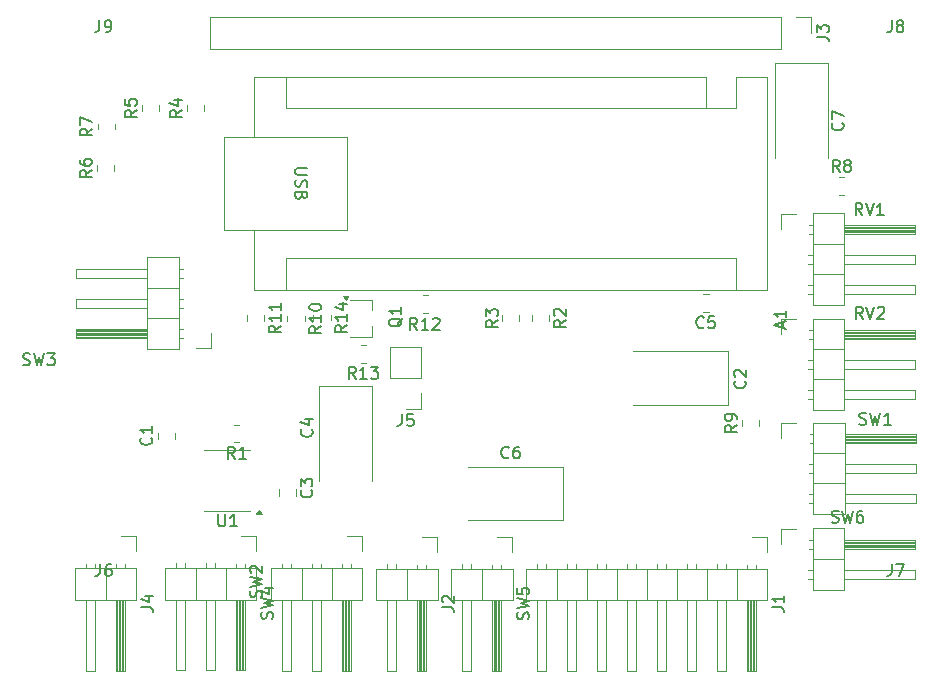
<source format=gbr>
%TF.GenerationSoftware,KiCad,Pcbnew,8.0.4*%
%TF.CreationDate,2025-01-29T09:39:19+01:00*%
%TF.ProjectId,DA_Sender,44415f53-656e-4646-9572-2e6b69636164,rev?*%
%TF.SameCoordinates,Original*%
%TF.FileFunction,Legend,Top*%
%TF.FilePolarity,Positive*%
%FSLAX46Y46*%
G04 Gerber Fmt 4.6, Leading zero omitted, Abs format (unit mm)*
G04 Created by KiCad (PCBNEW 8.0.4) date 2025-01-29 09:39:19*
%MOMM*%
%LPD*%
G01*
G04 APERTURE LIST*
%ADD10C,0.150000*%
%ADD11C,0.120000*%
G04 APERTURE END LIST*
D10*
X121994819Y-77636666D02*
X121518628Y-77969999D01*
X121994819Y-78208094D02*
X120994819Y-78208094D01*
X120994819Y-78208094D02*
X120994819Y-77827142D01*
X120994819Y-77827142D02*
X121042438Y-77731904D01*
X121042438Y-77731904D02*
X121090057Y-77684285D01*
X121090057Y-77684285D02*
X121185295Y-77636666D01*
X121185295Y-77636666D02*
X121328152Y-77636666D01*
X121328152Y-77636666D02*
X121423390Y-77684285D01*
X121423390Y-77684285D02*
X121471009Y-77731904D01*
X121471009Y-77731904D02*
X121518628Y-77827142D01*
X121518628Y-77827142D02*
X121518628Y-78208094D01*
X121328152Y-76779523D02*
X121994819Y-76779523D01*
X120947200Y-77017618D02*
X121661485Y-77255713D01*
X121661485Y-77255713D02*
X121661485Y-76636666D01*
X132966866Y-109815130D02*
X133014486Y-109862749D01*
X133014486Y-109862749D02*
X133062105Y-110005606D01*
X133062105Y-110005606D02*
X133062105Y-110100844D01*
X133062105Y-110100844D02*
X133014486Y-110243701D01*
X133014486Y-110243701D02*
X132919247Y-110338939D01*
X132919247Y-110338939D02*
X132824009Y-110386558D01*
X132824009Y-110386558D02*
X132633533Y-110434177D01*
X132633533Y-110434177D02*
X132490676Y-110434177D01*
X132490676Y-110434177D02*
X132300200Y-110386558D01*
X132300200Y-110386558D02*
X132204962Y-110338939D01*
X132204962Y-110338939D02*
X132109724Y-110243701D01*
X132109724Y-110243701D02*
X132062105Y-110100844D01*
X132062105Y-110100844D02*
X132062105Y-110005606D01*
X132062105Y-110005606D02*
X132109724Y-109862749D01*
X132109724Y-109862749D02*
X132157343Y-109815130D01*
X132062105Y-109481796D02*
X132062105Y-108862749D01*
X132062105Y-108862749D02*
X132443057Y-109196082D01*
X132443057Y-109196082D02*
X132443057Y-109053225D01*
X132443057Y-109053225D02*
X132490676Y-108957987D01*
X132490676Y-108957987D02*
X132538295Y-108910368D01*
X132538295Y-108910368D02*
X132633533Y-108862749D01*
X132633533Y-108862749D02*
X132871628Y-108862749D01*
X132871628Y-108862749D02*
X132966866Y-108910368D01*
X132966866Y-108910368D02*
X133014486Y-108957987D01*
X133014486Y-108957987D02*
X133062105Y-109053225D01*
X133062105Y-109053225D02*
X133062105Y-109338939D01*
X133062105Y-109338939D02*
X133014486Y-109434177D01*
X133014486Y-109434177D02*
X132966866Y-109481796D01*
X149693333Y-107039580D02*
X149645714Y-107087200D01*
X149645714Y-107087200D02*
X149502857Y-107134819D01*
X149502857Y-107134819D02*
X149407619Y-107134819D01*
X149407619Y-107134819D02*
X149264762Y-107087200D01*
X149264762Y-107087200D02*
X149169524Y-106991961D01*
X149169524Y-106991961D02*
X149121905Y-106896723D01*
X149121905Y-106896723D02*
X149074286Y-106706247D01*
X149074286Y-106706247D02*
X149074286Y-106563390D01*
X149074286Y-106563390D02*
X149121905Y-106372914D01*
X149121905Y-106372914D02*
X149169524Y-106277676D01*
X149169524Y-106277676D02*
X149264762Y-106182438D01*
X149264762Y-106182438D02*
X149407619Y-106134819D01*
X149407619Y-106134819D02*
X149502857Y-106134819D01*
X149502857Y-106134819D02*
X149645714Y-106182438D01*
X149645714Y-106182438D02*
X149693333Y-106230057D01*
X150550476Y-106134819D02*
X150360000Y-106134819D01*
X150360000Y-106134819D02*
X150264762Y-106182438D01*
X150264762Y-106182438D02*
X150217143Y-106230057D01*
X150217143Y-106230057D02*
X150121905Y-106372914D01*
X150121905Y-106372914D02*
X150074286Y-106563390D01*
X150074286Y-106563390D02*
X150074286Y-106944342D01*
X150074286Y-106944342D02*
X150121905Y-107039580D01*
X150121905Y-107039580D02*
X150169524Y-107087200D01*
X150169524Y-107087200D02*
X150264762Y-107134819D01*
X150264762Y-107134819D02*
X150455238Y-107134819D01*
X150455238Y-107134819D02*
X150550476Y-107087200D01*
X150550476Y-107087200D02*
X150598095Y-107039580D01*
X150598095Y-107039580D02*
X150645714Y-106944342D01*
X150645714Y-106944342D02*
X150645714Y-106706247D01*
X150645714Y-106706247D02*
X150598095Y-106611009D01*
X150598095Y-106611009D02*
X150550476Y-106563390D01*
X150550476Y-106563390D02*
X150455238Y-106515771D01*
X150455238Y-106515771D02*
X150264762Y-106515771D01*
X150264762Y-106515771D02*
X150169524Y-106563390D01*
X150169524Y-106563390D02*
X150121905Y-106611009D01*
X150121905Y-106611009D02*
X150074286Y-106706247D01*
X130374819Y-95898548D02*
X129898628Y-96231881D01*
X130374819Y-96469976D02*
X129374819Y-96469976D01*
X129374819Y-96469976D02*
X129374819Y-96089024D01*
X129374819Y-96089024D02*
X129422438Y-95993786D01*
X129422438Y-95993786D02*
X129470057Y-95946167D01*
X129470057Y-95946167D02*
X129565295Y-95898548D01*
X129565295Y-95898548D02*
X129708152Y-95898548D01*
X129708152Y-95898548D02*
X129803390Y-95946167D01*
X129803390Y-95946167D02*
X129851009Y-95993786D01*
X129851009Y-95993786D02*
X129898628Y-96089024D01*
X129898628Y-96089024D02*
X129898628Y-96469976D01*
X130374819Y-94946167D02*
X130374819Y-95517595D01*
X130374819Y-95231881D02*
X129374819Y-95231881D01*
X129374819Y-95231881D02*
X129517676Y-95327119D01*
X129517676Y-95327119D02*
X129612914Y-95422357D01*
X129612914Y-95422357D02*
X129660533Y-95517595D01*
X130374819Y-93993786D02*
X130374819Y-94565214D01*
X130374819Y-94279500D02*
X129374819Y-94279500D01*
X129374819Y-94279500D02*
X129517676Y-94374738D01*
X129517676Y-94374738D02*
X129612914Y-94469976D01*
X129612914Y-94469976D02*
X129660533Y-94565214D01*
X141925889Y-96245074D02*
X141592556Y-95768883D01*
X141354461Y-96245074D02*
X141354461Y-95245074D01*
X141354461Y-95245074D02*
X141735413Y-95245074D01*
X141735413Y-95245074D02*
X141830651Y-95292693D01*
X141830651Y-95292693D02*
X141878270Y-95340312D01*
X141878270Y-95340312D02*
X141925889Y-95435550D01*
X141925889Y-95435550D02*
X141925889Y-95578407D01*
X141925889Y-95578407D02*
X141878270Y-95673645D01*
X141878270Y-95673645D02*
X141830651Y-95721264D01*
X141830651Y-95721264D02*
X141735413Y-95768883D01*
X141735413Y-95768883D02*
X141354461Y-95768883D01*
X142878270Y-96245074D02*
X142306842Y-96245074D01*
X142592556Y-96245074D02*
X142592556Y-95245074D01*
X142592556Y-95245074D02*
X142497318Y-95387931D01*
X142497318Y-95387931D02*
X142402080Y-95483169D01*
X142402080Y-95483169D02*
X142306842Y-95530788D01*
X143259223Y-95340312D02*
X143306842Y-95292693D01*
X143306842Y-95292693D02*
X143402080Y-95245074D01*
X143402080Y-95245074D02*
X143640175Y-95245074D01*
X143640175Y-95245074D02*
X143735413Y-95292693D01*
X143735413Y-95292693D02*
X143783032Y-95340312D01*
X143783032Y-95340312D02*
X143830651Y-95435550D01*
X143830651Y-95435550D02*
X143830651Y-95530788D01*
X143830651Y-95530788D02*
X143783032Y-95673645D01*
X143783032Y-95673645D02*
X143211604Y-96245074D01*
X143211604Y-96245074D02*
X143830651Y-96245074D01*
X182126761Y-116079181D02*
X182126761Y-116793466D01*
X182126761Y-116793466D02*
X182079142Y-116936323D01*
X182079142Y-116936323D02*
X181983904Y-117031562D01*
X181983904Y-117031562D02*
X181841047Y-117079181D01*
X181841047Y-117079181D02*
X181745809Y-117079181D01*
X182507714Y-116079181D02*
X183174380Y-116079181D01*
X183174380Y-116079181D02*
X182745809Y-117079181D01*
X108586667Y-99197200D02*
X108729524Y-99244819D01*
X108729524Y-99244819D02*
X108967619Y-99244819D01*
X108967619Y-99244819D02*
X109062857Y-99197200D01*
X109062857Y-99197200D02*
X109110476Y-99149580D01*
X109110476Y-99149580D02*
X109158095Y-99054342D01*
X109158095Y-99054342D02*
X109158095Y-98959104D01*
X109158095Y-98959104D02*
X109110476Y-98863866D01*
X109110476Y-98863866D02*
X109062857Y-98816247D01*
X109062857Y-98816247D02*
X108967619Y-98768628D01*
X108967619Y-98768628D02*
X108777143Y-98721009D01*
X108777143Y-98721009D02*
X108681905Y-98673390D01*
X108681905Y-98673390D02*
X108634286Y-98625771D01*
X108634286Y-98625771D02*
X108586667Y-98530533D01*
X108586667Y-98530533D02*
X108586667Y-98435295D01*
X108586667Y-98435295D02*
X108634286Y-98340057D01*
X108634286Y-98340057D02*
X108681905Y-98292438D01*
X108681905Y-98292438D02*
X108777143Y-98244819D01*
X108777143Y-98244819D02*
X109015238Y-98244819D01*
X109015238Y-98244819D02*
X109158095Y-98292438D01*
X109491429Y-98244819D02*
X109729524Y-99244819D01*
X109729524Y-99244819D02*
X109920000Y-98530533D01*
X109920000Y-98530533D02*
X110110476Y-99244819D01*
X110110476Y-99244819D02*
X110348572Y-98244819D01*
X110634286Y-98244819D02*
X111253333Y-98244819D01*
X111253333Y-98244819D02*
X110920000Y-98625771D01*
X110920000Y-98625771D02*
X111062857Y-98625771D01*
X111062857Y-98625771D02*
X111158095Y-98673390D01*
X111158095Y-98673390D02*
X111205714Y-98721009D01*
X111205714Y-98721009D02*
X111253333Y-98816247D01*
X111253333Y-98816247D02*
X111253333Y-99054342D01*
X111253333Y-99054342D02*
X111205714Y-99149580D01*
X111205714Y-99149580D02*
X111158095Y-99197200D01*
X111158095Y-99197200D02*
X111062857Y-99244819D01*
X111062857Y-99244819D02*
X110777143Y-99244819D01*
X110777143Y-99244819D02*
X110681905Y-99197200D01*
X110681905Y-99197200D02*
X110634286Y-99149580D01*
X118569819Y-119723333D02*
X119284104Y-119723333D01*
X119284104Y-119723333D02*
X119426961Y-119770952D01*
X119426961Y-119770952D02*
X119522200Y-119866190D01*
X119522200Y-119866190D02*
X119569819Y-120009047D01*
X119569819Y-120009047D02*
X119569819Y-120104285D01*
X118903152Y-118818571D02*
X119569819Y-118818571D01*
X118522200Y-119056666D02*
X119236485Y-119294761D01*
X119236485Y-119294761D02*
X119236485Y-118675714D01*
X115041999Y-70015720D02*
X115041999Y-70730005D01*
X115041999Y-70730005D02*
X114994380Y-70872862D01*
X114994380Y-70872862D02*
X114899142Y-70968101D01*
X114899142Y-70968101D02*
X114756285Y-71015720D01*
X114756285Y-71015720D02*
X114661047Y-71015720D01*
X115565809Y-71015720D02*
X115756285Y-71015720D01*
X115756285Y-71015720D02*
X115851523Y-70968101D01*
X115851523Y-70968101D02*
X115899142Y-70920481D01*
X115899142Y-70920481D02*
X115994380Y-70777624D01*
X115994380Y-70777624D02*
X116041999Y-70587148D01*
X116041999Y-70587148D02*
X116041999Y-70206196D01*
X116041999Y-70206196D02*
X115994380Y-70110958D01*
X115994380Y-70110958D02*
X115946761Y-70063339D01*
X115946761Y-70063339D02*
X115851523Y-70015720D01*
X115851523Y-70015720D02*
X115661047Y-70015720D01*
X115661047Y-70015720D02*
X115565809Y-70063339D01*
X115565809Y-70063339D02*
X115518190Y-70110958D01*
X115518190Y-70110958D02*
X115470571Y-70206196D01*
X115470571Y-70206196D02*
X115470571Y-70444291D01*
X115470571Y-70444291D02*
X115518190Y-70539529D01*
X115518190Y-70539529D02*
X115565809Y-70587148D01*
X115565809Y-70587148D02*
X115661047Y-70634767D01*
X115661047Y-70634767D02*
X115851523Y-70634767D01*
X115851523Y-70634767D02*
X115946761Y-70587148D01*
X115946761Y-70587148D02*
X115994380Y-70539529D01*
X115994380Y-70539529D02*
X116041999Y-70444291D01*
X144059955Y-119744017D02*
X144774240Y-119744017D01*
X144774240Y-119744017D02*
X144917097Y-119791636D01*
X144917097Y-119791636D02*
X145012336Y-119886874D01*
X145012336Y-119886874D02*
X145059955Y-120029731D01*
X145059955Y-120029731D02*
X145059955Y-120124969D01*
X144155193Y-119315445D02*
X144107574Y-119267826D01*
X144107574Y-119267826D02*
X144059955Y-119172588D01*
X144059955Y-119172588D02*
X144059955Y-118934493D01*
X144059955Y-118934493D02*
X144107574Y-118839255D01*
X144107574Y-118839255D02*
X144155193Y-118791636D01*
X144155193Y-118791636D02*
X144250431Y-118744017D01*
X144250431Y-118744017D02*
X144345669Y-118744017D01*
X144345669Y-118744017D02*
X144488526Y-118791636D01*
X144488526Y-118791636D02*
X145059955Y-119363064D01*
X145059955Y-119363064D02*
X145059955Y-118744017D01*
X172889104Y-96053326D02*
X172889104Y-95577136D01*
X173174819Y-96148564D02*
X172174819Y-95815231D01*
X172174819Y-95815231D02*
X173174819Y-95481898D01*
X173174819Y-94624755D02*
X173174819Y-95196183D01*
X173174819Y-94910469D02*
X172174819Y-94910469D01*
X172174819Y-94910469D02*
X172317676Y-95005707D01*
X172317676Y-95005707D02*
X172412914Y-95100945D01*
X172412914Y-95100945D02*
X172460533Y-95196183D01*
X132625180Y-82558095D02*
X131815657Y-82558095D01*
X131815657Y-82558095D02*
X131720419Y-82605714D01*
X131720419Y-82605714D02*
X131672800Y-82653333D01*
X131672800Y-82653333D02*
X131625180Y-82748571D01*
X131625180Y-82748571D02*
X131625180Y-82939047D01*
X131625180Y-82939047D02*
X131672800Y-83034285D01*
X131672800Y-83034285D02*
X131720419Y-83081904D01*
X131720419Y-83081904D02*
X131815657Y-83129523D01*
X131815657Y-83129523D02*
X132625180Y-83129523D01*
X131672800Y-83558095D02*
X131625180Y-83700952D01*
X131625180Y-83700952D02*
X131625180Y-83939047D01*
X131625180Y-83939047D02*
X131672800Y-84034285D01*
X131672800Y-84034285D02*
X131720419Y-84081904D01*
X131720419Y-84081904D02*
X131815657Y-84129523D01*
X131815657Y-84129523D02*
X131910895Y-84129523D01*
X131910895Y-84129523D02*
X132006133Y-84081904D01*
X132006133Y-84081904D02*
X132053752Y-84034285D01*
X132053752Y-84034285D02*
X132101371Y-83939047D01*
X132101371Y-83939047D02*
X132148990Y-83748571D01*
X132148990Y-83748571D02*
X132196609Y-83653333D01*
X132196609Y-83653333D02*
X132244228Y-83605714D01*
X132244228Y-83605714D02*
X132339466Y-83558095D01*
X132339466Y-83558095D02*
X132434704Y-83558095D01*
X132434704Y-83558095D02*
X132529942Y-83605714D01*
X132529942Y-83605714D02*
X132577561Y-83653333D01*
X132577561Y-83653333D02*
X132625180Y-83748571D01*
X132625180Y-83748571D02*
X132625180Y-83986666D01*
X132625180Y-83986666D02*
X132577561Y-84129523D01*
X132148990Y-84891428D02*
X132101371Y-85034285D01*
X132101371Y-85034285D02*
X132053752Y-85081904D01*
X132053752Y-85081904D02*
X131958514Y-85129523D01*
X131958514Y-85129523D02*
X131815657Y-85129523D01*
X131815657Y-85129523D02*
X131720419Y-85081904D01*
X131720419Y-85081904D02*
X131672800Y-85034285D01*
X131672800Y-85034285D02*
X131625180Y-84939047D01*
X131625180Y-84939047D02*
X131625180Y-84558095D01*
X131625180Y-84558095D02*
X132625180Y-84558095D01*
X132625180Y-84558095D02*
X132625180Y-84891428D01*
X132625180Y-84891428D02*
X132577561Y-84986666D01*
X132577561Y-84986666D02*
X132529942Y-85034285D01*
X132529942Y-85034285D02*
X132434704Y-85081904D01*
X132434704Y-85081904D02*
X132339466Y-85081904D01*
X132339466Y-85081904D02*
X132244228Y-85034285D01*
X132244228Y-85034285D02*
X132196609Y-84986666D01*
X132196609Y-84986666D02*
X132148990Y-84891428D01*
X132148990Y-84891428D02*
X132148990Y-84558095D01*
X140663386Y-95243549D02*
X140615767Y-95338787D01*
X140615767Y-95338787D02*
X140520529Y-95434025D01*
X140520529Y-95434025D02*
X140377671Y-95576882D01*
X140377671Y-95576882D02*
X140330052Y-95672120D01*
X140330052Y-95672120D02*
X140330052Y-95767358D01*
X140568148Y-95719739D02*
X140520529Y-95814977D01*
X140520529Y-95814977D02*
X140425290Y-95910215D01*
X140425290Y-95910215D02*
X140234814Y-95957834D01*
X140234814Y-95957834D02*
X139901481Y-95957834D01*
X139901481Y-95957834D02*
X139711005Y-95910215D01*
X139711005Y-95910215D02*
X139615767Y-95814977D01*
X139615767Y-95814977D02*
X139568148Y-95719739D01*
X139568148Y-95719739D02*
X139568148Y-95529263D01*
X139568148Y-95529263D02*
X139615767Y-95434025D01*
X139615767Y-95434025D02*
X139711005Y-95338787D01*
X139711005Y-95338787D02*
X139901481Y-95291168D01*
X139901481Y-95291168D02*
X140234814Y-95291168D01*
X140234814Y-95291168D02*
X140425290Y-95338787D01*
X140425290Y-95338787D02*
X140520529Y-95434025D01*
X140520529Y-95434025D02*
X140568148Y-95529263D01*
X140568148Y-95529263D02*
X140568148Y-95719739D01*
X140568148Y-94338787D02*
X140568148Y-94910215D01*
X140568148Y-94624501D02*
X139568148Y-94624501D01*
X139568148Y-94624501D02*
X139711005Y-94719739D01*
X139711005Y-94719739D02*
X139806243Y-94814977D01*
X139806243Y-94814977D02*
X139853862Y-94910215D01*
X182099722Y-70049341D02*
X182099722Y-70763626D01*
X182099722Y-70763626D02*
X182052103Y-70906483D01*
X182052103Y-70906483D02*
X181956865Y-71001722D01*
X181956865Y-71001722D02*
X181814008Y-71049341D01*
X181814008Y-71049341D02*
X181718770Y-71049341D01*
X182718770Y-70477912D02*
X182623532Y-70430293D01*
X182623532Y-70430293D02*
X182575913Y-70382674D01*
X182575913Y-70382674D02*
X182528294Y-70287436D01*
X182528294Y-70287436D02*
X182528294Y-70239817D01*
X182528294Y-70239817D02*
X182575913Y-70144579D01*
X182575913Y-70144579D02*
X182623532Y-70096960D01*
X182623532Y-70096960D02*
X182718770Y-70049341D01*
X182718770Y-70049341D02*
X182909246Y-70049341D01*
X182909246Y-70049341D02*
X183004484Y-70096960D01*
X183004484Y-70096960D02*
X183052103Y-70144579D01*
X183052103Y-70144579D02*
X183099722Y-70239817D01*
X183099722Y-70239817D02*
X183099722Y-70287436D01*
X183099722Y-70287436D02*
X183052103Y-70382674D01*
X183052103Y-70382674D02*
X183004484Y-70430293D01*
X183004484Y-70430293D02*
X182909246Y-70477912D01*
X182909246Y-70477912D02*
X182718770Y-70477912D01*
X182718770Y-70477912D02*
X182623532Y-70525531D01*
X182623532Y-70525531D02*
X182575913Y-70573150D01*
X182575913Y-70573150D02*
X182528294Y-70668388D01*
X182528294Y-70668388D02*
X182528294Y-70858864D01*
X182528294Y-70858864D02*
X182575913Y-70954102D01*
X182575913Y-70954102D02*
X182623532Y-71001722D01*
X182623532Y-71001722D02*
X182718770Y-71049341D01*
X182718770Y-71049341D02*
X182909246Y-71049341D01*
X182909246Y-71049341D02*
X183004484Y-71001722D01*
X183004484Y-71001722D02*
X183052103Y-70954102D01*
X183052103Y-70954102D02*
X183099722Y-70858864D01*
X183099722Y-70858864D02*
X183099722Y-70668388D01*
X183099722Y-70668388D02*
X183052103Y-70573150D01*
X183052103Y-70573150D02*
X183004484Y-70525531D01*
X183004484Y-70525531D02*
X182909246Y-70477912D01*
X148757388Y-95444015D02*
X148281197Y-95777348D01*
X148757388Y-96015443D02*
X147757388Y-96015443D01*
X147757388Y-96015443D02*
X147757388Y-95634491D01*
X147757388Y-95634491D02*
X147805007Y-95539253D01*
X147805007Y-95539253D02*
X147852626Y-95491634D01*
X147852626Y-95491634D02*
X147947864Y-95444015D01*
X147947864Y-95444015D02*
X148090721Y-95444015D01*
X148090721Y-95444015D02*
X148185959Y-95491634D01*
X148185959Y-95491634D02*
X148233578Y-95539253D01*
X148233578Y-95539253D02*
X148281197Y-95634491D01*
X148281197Y-95634491D02*
X148281197Y-96015443D01*
X147757388Y-95110681D02*
X147757388Y-94491634D01*
X147757388Y-94491634D02*
X148138340Y-94824967D01*
X148138340Y-94824967D02*
X148138340Y-94682110D01*
X148138340Y-94682110D02*
X148185959Y-94586872D01*
X148185959Y-94586872D02*
X148233578Y-94539253D01*
X148233578Y-94539253D02*
X148328816Y-94491634D01*
X148328816Y-94491634D02*
X148566911Y-94491634D01*
X148566911Y-94491634D02*
X148662149Y-94539253D01*
X148662149Y-94539253D02*
X148709769Y-94586872D01*
X148709769Y-94586872D02*
X148757388Y-94682110D01*
X148757388Y-94682110D02*
X148757388Y-94967824D01*
X148757388Y-94967824D02*
X148709769Y-95063062D01*
X148709769Y-95063062D02*
X148662149Y-95110681D01*
X115079630Y-116085937D02*
X115079630Y-116800222D01*
X115079630Y-116800222D02*
X115032011Y-116943079D01*
X115032011Y-116943079D02*
X114936773Y-117038318D01*
X114936773Y-117038318D02*
X114793916Y-117085937D01*
X114793916Y-117085937D02*
X114698678Y-117085937D01*
X115984392Y-116085937D02*
X115793916Y-116085937D01*
X115793916Y-116085937D02*
X115698678Y-116133556D01*
X115698678Y-116133556D02*
X115651059Y-116181175D01*
X115651059Y-116181175D02*
X115555821Y-116324032D01*
X115555821Y-116324032D02*
X115508202Y-116514508D01*
X115508202Y-116514508D02*
X115508202Y-116895460D01*
X115508202Y-116895460D02*
X115555821Y-116990698D01*
X115555821Y-116990698D02*
X115603440Y-117038318D01*
X115603440Y-117038318D02*
X115698678Y-117085937D01*
X115698678Y-117085937D02*
X115889154Y-117085937D01*
X115889154Y-117085937D02*
X115984392Y-117038318D01*
X115984392Y-117038318D02*
X116032011Y-116990698D01*
X116032011Y-116990698D02*
X116079630Y-116895460D01*
X116079630Y-116895460D02*
X116079630Y-116657365D01*
X116079630Y-116657365D02*
X116032011Y-116562127D01*
X116032011Y-116562127D02*
X115984392Y-116514508D01*
X115984392Y-116514508D02*
X115889154Y-116466889D01*
X115889154Y-116466889D02*
X115698678Y-116466889D01*
X115698678Y-116466889D02*
X115603440Y-116514508D01*
X115603440Y-116514508D02*
X115555821Y-116562127D01*
X115555821Y-116562127D02*
X115508202Y-116657365D01*
X154504819Y-95416666D02*
X154028628Y-95749999D01*
X154504819Y-95988094D02*
X153504819Y-95988094D01*
X153504819Y-95988094D02*
X153504819Y-95607142D01*
X153504819Y-95607142D02*
X153552438Y-95511904D01*
X153552438Y-95511904D02*
X153600057Y-95464285D01*
X153600057Y-95464285D02*
X153695295Y-95416666D01*
X153695295Y-95416666D02*
X153838152Y-95416666D01*
X153838152Y-95416666D02*
X153933390Y-95464285D01*
X153933390Y-95464285D02*
X153981009Y-95511904D01*
X153981009Y-95511904D02*
X154028628Y-95607142D01*
X154028628Y-95607142D02*
X154028628Y-95988094D01*
X153600057Y-95035713D02*
X153552438Y-94988094D01*
X153552438Y-94988094D02*
X153504819Y-94892856D01*
X153504819Y-94892856D02*
X153504819Y-94654761D01*
X153504819Y-94654761D02*
X153552438Y-94559523D01*
X153552438Y-94559523D02*
X153600057Y-94511904D01*
X153600057Y-94511904D02*
X153695295Y-94464285D01*
X153695295Y-94464285D02*
X153790533Y-94464285D01*
X153790533Y-94464285D02*
X153933390Y-94511904D01*
X153933390Y-94511904D02*
X154504819Y-95083332D01*
X154504819Y-95083332D02*
X154504819Y-94464285D01*
X177948397Y-78734765D02*
X177996017Y-78782384D01*
X177996017Y-78782384D02*
X178043636Y-78925241D01*
X178043636Y-78925241D02*
X178043636Y-79020479D01*
X178043636Y-79020479D02*
X177996017Y-79163336D01*
X177996017Y-79163336D02*
X177900778Y-79258574D01*
X177900778Y-79258574D02*
X177805540Y-79306193D01*
X177805540Y-79306193D02*
X177615064Y-79353812D01*
X177615064Y-79353812D02*
X177472207Y-79353812D01*
X177472207Y-79353812D02*
X177281731Y-79306193D01*
X177281731Y-79306193D02*
X177186493Y-79258574D01*
X177186493Y-79258574D02*
X177091255Y-79163336D01*
X177091255Y-79163336D02*
X177043636Y-79020479D01*
X177043636Y-79020479D02*
X177043636Y-78925241D01*
X177043636Y-78925241D02*
X177091255Y-78782384D01*
X177091255Y-78782384D02*
X177138874Y-78734765D01*
X177043636Y-78401431D02*
X177043636Y-77734765D01*
X177043636Y-77734765D02*
X178043636Y-78163336D01*
X136726671Y-100388418D02*
X136393338Y-99912227D01*
X136155243Y-100388418D02*
X136155243Y-99388418D01*
X136155243Y-99388418D02*
X136536195Y-99388418D01*
X136536195Y-99388418D02*
X136631433Y-99436037D01*
X136631433Y-99436037D02*
X136679052Y-99483656D01*
X136679052Y-99483656D02*
X136726671Y-99578894D01*
X136726671Y-99578894D02*
X136726671Y-99721751D01*
X136726671Y-99721751D02*
X136679052Y-99816989D01*
X136679052Y-99816989D02*
X136631433Y-99864608D01*
X136631433Y-99864608D02*
X136536195Y-99912227D01*
X136536195Y-99912227D02*
X136155243Y-99912227D01*
X137679052Y-100388418D02*
X137107624Y-100388418D01*
X137393338Y-100388418D02*
X137393338Y-99388418D01*
X137393338Y-99388418D02*
X137298100Y-99531275D01*
X137298100Y-99531275D02*
X137202862Y-99626513D01*
X137202862Y-99626513D02*
X137107624Y-99674132D01*
X138012386Y-99388418D02*
X138631433Y-99388418D01*
X138631433Y-99388418D02*
X138298100Y-99769370D01*
X138298100Y-99769370D02*
X138440957Y-99769370D01*
X138440957Y-99769370D02*
X138536195Y-99816989D01*
X138536195Y-99816989D02*
X138583814Y-99864608D01*
X138583814Y-99864608D02*
X138631433Y-99959846D01*
X138631433Y-99959846D02*
X138631433Y-100197941D01*
X138631433Y-100197941D02*
X138583814Y-100293179D01*
X138583814Y-100293179D02*
X138536195Y-100340799D01*
X138536195Y-100340799D02*
X138440957Y-100388418D01*
X138440957Y-100388418D02*
X138155243Y-100388418D01*
X138155243Y-100388418D02*
X138060005Y-100340799D01*
X138060005Y-100340799D02*
X138012386Y-100293179D01*
X133804819Y-95946839D02*
X133328628Y-96280172D01*
X133804819Y-96518267D02*
X132804819Y-96518267D01*
X132804819Y-96518267D02*
X132804819Y-96137315D01*
X132804819Y-96137315D02*
X132852438Y-96042077D01*
X132852438Y-96042077D02*
X132900057Y-95994458D01*
X132900057Y-95994458D02*
X132995295Y-95946839D01*
X132995295Y-95946839D02*
X133138152Y-95946839D01*
X133138152Y-95946839D02*
X133233390Y-95994458D01*
X133233390Y-95994458D02*
X133281009Y-96042077D01*
X133281009Y-96042077D02*
X133328628Y-96137315D01*
X133328628Y-96137315D02*
X133328628Y-96518267D01*
X133804819Y-94994458D02*
X133804819Y-95565886D01*
X133804819Y-95280172D02*
X132804819Y-95280172D01*
X132804819Y-95280172D02*
X132947676Y-95375410D01*
X132947676Y-95375410D02*
X133042914Y-95470648D01*
X133042914Y-95470648D02*
X133090533Y-95565886D01*
X132804819Y-94375410D02*
X132804819Y-94280172D01*
X132804819Y-94280172D02*
X132852438Y-94184934D01*
X132852438Y-94184934D02*
X132900057Y-94137315D01*
X132900057Y-94137315D02*
X132995295Y-94089696D01*
X132995295Y-94089696D02*
X133185771Y-94042077D01*
X133185771Y-94042077D02*
X133423866Y-94042077D01*
X133423866Y-94042077D02*
X133614342Y-94089696D01*
X133614342Y-94089696D02*
X133709580Y-94137315D01*
X133709580Y-94137315D02*
X133757200Y-94184934D01*
X133757200Y-94184934D02*
X133804819Y-94280172D01*
X133804819Y-94280172D02*
X133804819Y-94375410D01*
X133804819Y-94375410D02*
X133757200Y-94470648D01*
X133757200Y-94470648D02*
X133709580Y-94518267D01*
X133709580Y-94518267D02*
X133614342Y-94565886D01*
X133614342Y-94565886D02*
X133423866Y-94613505D01*
X133423866Y-94613505D02*
X133185771Y-94613505D01*
X133185771Y-94613505D02*
X132995295Y-94565886D01*
X132995295Y-94565886D02*
X132900057Y-94518267D01*
X132900057Y-94518267D02*
X132852438Y-94470648D01*
X132852438Y-94470648D02*
X132804819Y-94375410D01*
X151362336Y-120744016D02*
X151409955Y-120601159D01*
X151409955Y-120601159D02*
X151409955Y-120363064D01*
X151409955Y-120363064D02*
X151362336Y-120267826D01*
X151362336Y-120267826D02*
X151314716Y-120220207D01*
X151314716Y-120220207D02*
X151219478Y-120172588D01*
X151219478Y-120172588D02*
X151124240Y-120172588D01*
X151124240Y-120172588D02*
X151029002Y-120220207D01*
X151029002Y-120220207D02*
X150981383Y-120267826D01*
X150981383Y-120267826D02*
X150933764Y-120363064D01*
X150933764Y-120363064D02*
X150886145Y-120553540D01*
X150886145Y-120553540D02*
X150838526Y-120648778D01*
X150838526Y-120648778D02*
X150790907Y-120696397D01*
X150790907Y-120696397D02*
X150695669Y-120744016D01*
X150695669Y-120744016D02*
X150600431Y-120744016D01*
X150600431Y-120744016D02*
X150505193Y-120696397D01*
X150505193Y-120696397D02*
X150457574Y-120648778D01*
X150457574Y-120648778D02*
X150409955Y-120553540D01*
X150409955Y-120553540D02*
X150409955Y-120315445D01*
X150409955Y-120315445D02*
X150457574Y-120172588D01*
X150409955Y-119839254D02*
X151409955Y-119601159D01*
X151409955Y-119601159D02*
X150695669Y-119410683D01*
X150695669Y-119410683D02*
X151409955Y-119220207D01*
X151409955Y-119220207D02*
X150409955Y-118982112D01*
X150409955Y-118124969D02*
X150409955Y-118601159D01*
X150409955Y-118601159D02*
X150886145Y-118648778D01*
X150886145Y-118648778D02*
X150838526Y-118601159D01*
X150838526Y-118601159D02*
X150790907Y-118505921D01*
X150790907Y-118505921D02*
X150790907Y-118267826D01*
X150790907Y-118267826D02*
X150838526Y-118172588D01*
X150838526Y-118172588D02*
X150886145Y-118124969D01*
X150886145Y-118124969D02*
X150981383Y-118077350D01*
X150981383Y-118077350D02*
X151219478Y-118077350D01*
X151219478Y-118077350D02*
X151314716Y-118124969D01*
X151314716Y-118124969D02*
X151362336Y-118172588D01*
X151362336Y-118172588D02*
X151409955Y-118267826D01*
X151409955Y-118267826D02*
X151409955Y-118505921D01*
X151409955Y-118505921D02*
X151362336Y-118601159D01*
X151362336Y-118601159D02*
X151314716Y-118648778D01*
X168984819Y-104306666D02*
X168508628Y-104639999D01*
X168984819Y-104878094D02*
X167984819Y-104878094D01*
X167984819Y-104878094D02*
X167984819Y-104497142D01*
X167984819Y-104497142D02*
X168032438Y-104401904D01*
X168032438Y-104401904D02*
X168080057Y-104354285D01*
X168080057Y-104354285D02*
X168175295Y-104306666D01*
X168175295Y-104306666D02*
X168318152Y-104306666D01*
X168318152Y-104306666D02*
X168413390Y-104354285D01*
X168413390Y-104354285D02*
X168461009Y-104401904D01*
X168461009Y-104401904D02*
X168508628Y-104497142D01*
X168508628Y-104497142D02*
X168508628Y-104878094D01*
X168984819Y-103830475D02*
X168984819Y-103639999D01*
X168984819Y-103639999D02*
X168937200Y-103544761D01*
X168937200Y-103544761D02*
X168889580Y-103497142D01*
X168889580Y-103497142D02*
X168746723Y-103401904D01*
X168746723Y-103401904D02*
X168556247Y-103354285D01*
X168556247Y-103354285D02*
X168175295Y-103354285D01*
X168175295Y-103354285D02*
X168080057Y-103401904D01*
X168080057Y-103401904D02*
X168032438Y-103449523D01*
X168032438Y-103449523D02*
X167984819Y-103544761D01*
X167984819Y-103544761D02*
X167984819Y-103735237D01*
X167984819Y-103735237D02*
X168032438Y-103830475D01*
X168032438Y-103830475D02*
X168080057Y-103878094D01*
X168080057Y-103878094D02*
X168175295Y-103925713D01*
X168175295Y-103925713D02*
X168413390Y-103925713D01*
X168413390Y-103925713D02*
X168508628Y-103878094D01*
X168508628Y-103878094D02*
X168556247Y-103830475D01*
X168556247Y-103830475D02*
X168603866Y-103735237D01*
X168603866Y-103735237D02*
X168603866Y-103544761D01*
X168603866Y-103544761D02*
X168556247Y-103449523D01*
X168556247Y-103449523D02*
X168508628Y-103401904D01*
X168508628Y-103401904D02*
X168413390Y-103354285D01*
X179387613Y-104228616D02*
X179530470Y-104276235D01*
X179530470Y-104276235D02*
X179768565Y-104276235D01*
X179768565Y-104276235D02*
X179863803Y-104228616D01*
X179863803Y-104228616D02*
X179911422Y-104180996D01*
X179911422Y-104180996D02*
X179959041Y-104085758D01*
X179959041Y-104085758D02*
X179959041Y-103990520D01*
X179959041Y-103990520D02*
X179911422Y-103895282D01*
X179911422Y-103895282D02*
X179863803Y-103847663D01*
X179863803Y-103847663D02*
X179768565Y-103800044D01*
X179768565Y-103800044D02*
X179578089Y-103752425D01*
X179578089Y-103752425D02*
X179482851Y-103704806D01*
X179482851Y-103704806D02*
X179435232Y-103657187D01*
X179435232Y-103657187D02*
X179387613Y-103561949D01*
X179387613Y-103561949D02*
X179387613Y-103466711D01*
X179387613Y-103466711D02*
X179435232Y-103371473D01*
X179435232Y-103371473D02*
X179482851Y-103323854D01*
X179482851Y-103323854D02*
X179578089Y-103276235D01*
X179578089Y-103276235D02*
X179816184Y-103276235D01*
X179816184Y-103276235D02*
X179959041Y-103323854D01*
X180292375Y-103276235D02*
X180530470Y-104276235D01*
X180530470Y-104276235D02*
X180720946Y-103561949D01*
X180720946Y-103561949D02*
X180911422Y-104276235D01*
X180911422Y-104276235D02*
X181149518Y-103276235D01*
X182054279Y-104276235D02*
X181482851Y-104276235D01*
X181768565Y-104276235D02*
X181768565Y-103276235D01*
X181768565Y-103276235D02*
X181673327Y-103419092D01*
X181673327Y-103419092D02*
X181578089Y-103514330D01*
X181578089Y-103514330D02*
X181482851Y-103561949D01*
X125104660Y-111868283D02*
X125104660Y-112677806D01*
X125104660Y-112677806D02*
X125152279Y-112773044D01*
X125152279Y-112773044D02*
X125199898Y-112820664D01*
X125199898Y-112820664D02*
X125295136Y-112868283D01*
X125295136Y-112868283D02*
X125485612Y-112868283D01*
X125485612Y-112868283D02*
X125580850Y-112820664D01*
X125580850Y-112820664D02*
X125628469Y-112773044D01*
X125628469Y-112773044D02*
X125676088Y-112677806D01*
X125676088Y-112677806D02*
X125676088Y-111868283D01*
X126676088Y-112868283D02*
X126104660Y-112868283D01*
X126390374Y-112868283D02*
X126390374Y-111868283D01*
X126390374Y-111868283D02*
X126295136Y-112011140D01*
X126295136Y-112011140D02*
X126199898Y-112106378D01*
X126199898Y-112106378D02*
X126104660Y-112153997D01*
X135989404Y-95865021D02*
X135513213Y-96198354D01*
X135989404Y-96436449D02*
X134989404Y-96436449D01*
X134989404Y-96436449D02*
X134989404Y-96055497D01*
X134989404Y-96055497D02*
X135037023Y-95960259D01*
X135037023Y-95960259D02*
X135084642Y-95912640D01*
X135084642Y-95912640D02*
X135179880Y-95865021D01*
X135179880Y-95865021D02*
X135322737Y-95865021D01*
X135322737Y-95865021D02*
X135417975Y-95912640D01*
X135417975Y-95912640D02*
X135465594Y-95960259D01*
X135465594Y-95960259D02*
X135513213Y-96055497D01*
X135513213Y-96055497D02*
X135513213Y-96436449D01*
X135989404Y-94912640D02*
X135989404Y-95484068D01*
X135989404Y-95198354D02*
X134989404Y-95198354D01*
X134989404Y-95198354D02*
X135132261Y-95293592D01*
X135132261Y-95293592D02*
X135227499Y-95388830D01*
X135227499Y-95388830D02*
X135275118Y-95484068D01*
X135322737Y-94055497D02*
X135989404Y-94055497D01*
X134941785Y-94293592D02*
X135656070Y-94531687D01*
X135656070Y-94531687D02*
X135656070Y-93912640D01*
X114421475Y-79214596D02*
X113945284Y-79547929D01*
X114421475Y-79786024D02*
X113421475Y-79786024D01*
X113421475Y-79786024D02*
X113421475Y-79405072D01*
X113421475Y-79405072D02*
X113469094Y-79309834D01*
X113469094Y-79309834D02*
X113516713Y-79262215D01*
X113516713Y-79262215D02*
X113611951Y-79214596D01*
X113611951Y-79214596D02*
X113754808Y-79214596D01*
X113754808Y-79214596D02*
X113850046Y-79262215D01*
X113850046Y-79262215D02*
X113897665Y-79309834D01*
X113897665Y-79309834D02*
X113945284Y-79405072D01*
X113945284Y-79405072D02*
X113945284Y-79786024D01*
X113421475Y-78881262D02*
X113421475Y-78214596D01*
X113421475Y-78214596D02*
X114421475Y-78643167D01*
X119401145Y-105370130D02*
X119448765Y-105417749D01*
X119448765Y-105417749D02*
X119496384Y-105560606D01*
X119496384Y-105560606D02*
X119496384Y-105655844D01*
X119496384Y-105655844D02*
X119448765Y-105798701D01*
X119448765Y-105798701D02*
X119353526Y-105893939D01*
X119353526Y-105893939D02*
X119258288Y-105941558D01*
X119258288Y-105941558D02*
X119067812Y-105989177D01*
X119067812Y-105989177D02*
X118924955Y-105989177D01*
X118924955Y-105989177D02*
X118734479Y-105941558D01*
X118734479Y-105941558D02*
X118639241Y-105893939D01*
X118639241Y-105893939D02*
X118544003Y-105798701D01*
X118544003Y-105798701D02*
X118496384Y-105655844D01*
X118496384Y-105655844D02*
X118496384Y-105560606D01*
X118496384Y-105560606D02*
X118544003Y-105417749D01*
X118544003Y-105417749D02*
X118591622Y-105370130D01*
X119496384Y-104417749D02*
X119496384Y-104989177D01*
X119496384Y-104703463D02*
X118496384Y-104703463D01*
X118496384Y-104703463D02*
X118639241Y-104798701D01*
X118639241Y-104798701D02*
X118734479Y-104893939D01*
X118734479Y-104893939D02*
X118782098Y-104989177D01*
X114374819Y-82716666D02*
X113898628Y-83049999D01*
X114374819Y-83288094D02*
X113374819Y-83288094D01*
X113374819Y-83288094D02*
X113374819Y-82907142D01*
X113374819Y-82907142D02*
X113422438Y-82811904D01*
X113422438Y-82811904D02*
X113470057Y-82764285D01*
X113470057Y-82764285D02*
X113565295Y-82716666D01*
X113565295Y-82716666D02*
X113708152Y-82716666D01*
X113708152Y-82716666D02*
X113803390Y-82764285D01*
X113803390Y-82764285D02*
X113851009Y-82811904D01*
X113851009Y-82811904D02*
X113898628Y-82907142D01*
X113898628Y-82907142D02*
X113898628Y-83288094D01*
X113374819Y-81859523D02*
X113374819Y-82049999D01*
X113374819Y-82049999D02*
X113422438Y-82145237D01*
X113422438Y-82145237D02*
X113470057Y-82192856D01*
X113470057Y-82192856D02*
X113612914Y-82288094D01*
X113612914Y-82288094D02*
X113803390Y-82335713D01*
X113803390Y-82335713D02*
X114184342Y-82335713D01*
X114184342Y-82335713D02*
X114279580Y-82288094D01*
X114279580Y-82288094D02*
X114327200Y-82240475D01*
X114327200Y-82240475D02*
X114374819Y-82145237D01*
X114374819Y-82145237D02*
X114374819Y-81954761D01*
X114374819Y-81954761D02*
X114327200Y-81859523D01*
X114327200Y-81859523D02*
X114279580Y-81811904D01*
X114279580Y-81811904D02*
X114184342Y-81764285D01*
X114184342Y-81764285D02*
X113946247Y-81764285D01*
X113946247Y-81764285D02*
X113851009Y-81811904D01*
X113851009Y-81811904D02*
X113803390Y-81859523D01*
X113803390Y-81859523D02*
X113755771Y-81954761D01*
X113755771Y-81954761D02*
X113755771Y-82145237D01*
X113755771Y-82145237D02*
X113803390Y-82240475D01*
X113803390Y-82240475D02*
X113851009Y-82288094D01*
X113851009Y-82288094D02*
X113946247Y-82335713D01*
X177707593Y-82872834D02*
X177374260Y-82396643D01*
X177136165Y-82872834D02*
X177136165Y-81872834D01*
X177136165Y-81872834D02*
X177517117Y-81872834D01*
X177517117Y-81872834D02*
X177612355Y-81920453D01*
X177612355Y-81920453D02*
X177659974Y-81968072D01*
X177659974Y-81968072D02*
X177707593Y-82063310D01*
X177707593Y-82063310D02*
X177707593Y-82206167D01*
X177707593Y-82206167D02*
X177659974Y-82301405D01*
X177659974Y-82301405D02*
X177612355Y-82349024D01*
X177612355Y-82349024D02*
X177517117Y-82396643D01*
X177517117Y-82396643D02*
X177136165Y-82396643D01*
X178279022Y-82301405D02*
X178183784Y-82253786D01*
X178183784Y-82253786D02*
X178136165Y-82206167D01*
X178136165Y-82206167D02*
X178088546Y-82110929D01*
X178088546Y-82110929D02*
X178088546Y-82063310D01*
X178088546Y-82063310D02*
X178136165Y-81968072D01*
X178136165Y-81968072D02*
X178183784Y-81920453D01*
X178183784Y-81920453D02*
X178279022Y-81872834D01*
X178279022Y-81872834D02*
X178469498Y-81872834D01*
X178469498Y-81872834D02*
X178564736Y-81920453D01*
X178564736Y-81920453D02*
X178612355Y-81968072D01*
X178612355Y-81968072D02*
X178659974Y-82063310D01*
X178659974Y-82063310D02*
X178659974Y-82110929D01*
X178659974Y-82110929D02*
X178612355Y-82206167D01*
X178612355Y-82206167D02*
X178564736Y-82253786D01*
X178564736Y-82253786D02*
X178469498Y-82301405D01*
X178469498Y-82301405D02*
X178279022Y-82301405D01*
X178279022Y-82301405D02*
X178183784Y-82349024D01*
X178183784Y-82349024D02*
X178136165Y-82396643D01*
X178136165Y-82396643D02*
X178088546Y-82491881D01*
X178088546Y-82491881D02*
X178088546Y-82682357D01*
X178088546Y-82682357D02*
X178136165Y-82777595D01*
X178136165Y-82777595D02*
X178183784Y-82825215D01*
X178183784Y-82825215D02*
X178279022Y-82872834D01*
X178279022Y-82872834D02*
X178469498Y-82872834D01*
X178469498Y-82872834D02*
X178564736Y-82825215D01*
X178564736Y-82825215D02*
X178612355Y-82777595D01*
X178612355Y-82777595D02*
X178659974Y-82682357D01*
X178659974Y-82682357D02*
X178659974Y-82491881D01*
X178659974Y-82491881D02*
X178612355Y-82396643D01*
X178612355Y-82396643D02*
X178564736Y-82349024D01*
X178564736Y-82349024D02*
X178469498Y-82301405D01*
X179690162Y-95304248D02*
X179356829Y-94828057D01*
X179118734Y-95304248D02*
X179118734Y-94304248D01*
X179118734Y-94304248D02*
X179499686Y-94304248D01*
X179499686Y-94304248D02*
X179594924Y-94351867D01*
X179594924Y-94351867D02*
X179642543Y-94399486D01*
X179642543Y-94399486D02*
X179690162Y-94494724D01*
X179690162Y-94494724D02*
X179690162Y-94637581D01*
X179690162Y-94637581D02*
X179642543Y-94732819D01*
X179642543Y-94732819D02*
X179594924Y-94780438D01*
X179594924Y-94780438D02*
X179499686Y-94828057D01*
X179499686Y-94828057D02*
X179118734Y-94828057D01*
X179975877Y-94304248D02*
X180309210Y-95304248D01*
X180309210Y-95304248D02*
X180642543Y-94304248D01*
X180928258Y-94399486D02*
X180975877Y-94351867D01*
X180975877Y-94351867D02*
X181071115Y-94304248D01*
X181071115Y-94304248D02*
X181309210Y-94304248D01*
X181309210Y-94304248D02*
X181404448Y-94351867D01*
X181404448Y-94351867D02*
X181452067Y-94399486D01*
X181452067Y-94399486D02*
X181499686Y-94494724D01*
X181499686Y-94494724D02*
X181499686Y-94589962D01*
X181499686Y-94589962D02*
X181452067Y-94732819D01*
X181452067Y-94732819D02*
X180880639Y-95304248D01*
X180880639Y-95304248D02*
X181499686Y-95304248D01*
X132994559Y-104672632D02*
X133042179Y-104720251D01*
X133042179Y-104720251D02*
X133089798Y-104863108D01*
X133089798Y-104863108D02*
X133089798Y-104958346D01*
X133089798Y-104958346D02*
X133042179Y-105101203D01*
X133042179Y-105101203D02*
X132946940Y-105196441D01*
X132946940Y-105196441D02*
X132851702Y-105244060D01*
X132851702Y-105244060D02*
X132661226Y-105291679D01*
X132661226Y-105291679D02*
X132518369Y-105291679D01*
X132518369Y-105291679D02*
X132327893Y-105244060D01*
X132327893Y-105244060D02*
X132232655Y-105196441D01*
X132232655Y-105196441D02*
X132137417Y-105101203D01*
X132137417Y-105101203D02*
X132089798Y-104958346D01*
X132089798Y-104958346D02*
X132089798Y-104863108D01*
X132089798Y-104863108D02*
X132137417Y-104720251D01*
X132137417Y-104720251D02*
X132185036Y-104672632D01*
X132423131Y-103815489D02*
X133089798Y-103815489D01*
X132042179Y-104053584D02*
X132756464Y-104291679D01*
X132756464Y-104291679D02*
X132756464Y-103672632D01*
X166203333Y-96019580D02*
X166155714Y-96067200D01*
X166155714Y-96067200D02*
X166012857Y-96114819D01*
X166012857Y-96114819D02*
X165917619Y-96114819D01*
X165917619Y-96114819D02*
X165774762Y-96067200D01*
X165774762Y-96067200D02*
X165679524Y-95971961D01*
X165679524Y-95971961D02*
X165631905Y-95876723D01*
X165631905Y-95876723D02*
X165584286Y-95686247D01*
X165584286Y-95686247D02*
X165584286Y-95543390D01*
X165584286Y-95543390D02*
X165631905Y-95352914D01*
X165631905Y-95352914D02*
X165679524Y-95257676D01*
X165679524Y-95257676D02*
X165774762Y-95162438D01*
X165774762Y-95162438D02*
X165917619Y-95114819D01*
X165917619Y-95114819D02*
X166012857Y-95114819D01*
X166012857Y-95114819D02*
X166155714Y-95162438D01*
X166155714Y-95162438D02*
X166203333Y-95210057D01*
X167108095Y-95114819D02*
X166631905Y-95114819D01*
X166631905Y-95114819D02*
X166584286Y-95591009D01*
X166584286Y-95591009D02*
X166631905Y-95543390D01*
X166631905Y-95543390D02*
X166727143Y-95495771D01*
X166727143Y-95495771D02*
X166965238Y-95495771D01*
X166965238Y-95495771D02*
X167060476Y-95543390D01*
X167060476Y-95543390D02*
X167108095Y-95591009D01*
X167108095Y-95591009D02*
X167155714Y-95686247D01*
X167155714Y-95686247D02*
X167155714Y-95924342D01*
X167155714Y-95924342D02*
X167108095Y-96019580D01*
X167108095Y-96019580D02*
X167060476Y-96067200D01*
X167060476Y-96067200D02*
X166965238Y-96114819D01*
X166965238Y-96114819D02*
X166727143Y-96114819D01*
X166727143Y-96114819D02*
X166631905Y-96067200D01*
X166631905Y-96067200D02*
X166584286Y-96019580D01*
X140636666Y-103384819D02*
X140636666Y-104099104D01*
X140636666Y-104099104D02*
X140589047Y-104241961D01*
X140589047Y-104241961D02*
X140493809Y-104337200D01*
X140493809Y-104337200D02*
X140350952Y-104384819D01*
X140350952Y-104384819D02*
X140255714Y-104384819D01*
X141589047Y-103384819D02*
X141112857Y-103384819D01*
X141112857Y-103384819D02*
X141065238Y-103861009D01*
X141065238Y-103861009D02*
X141112857Y-103813390D01*
X141112857Y-103813390D02*
X141208095Y-103765771D01*
X141208095Y-103765771D02*
X141446190Y-103765771D01*
X141446190Y-103765771D02*
X141541428Y-103813390D01*
X141541428Y-103813390D02*
X141589047Y-103861009D01*
X141589047Y-103861009D02*
X141636666Y-103956247D01*
X141636666Y-103956247D02*
X141636666Y-104194342D01*
X141636666Y-104194342D02*
X141589047Y-104289580D01*
X141589047Y-104289580D02*
X141541428Y-104337200D01*
X141541428Y-104337200D02*
X141446190Y-104384819D01*
X141446190Y-104384819D02*
X141208095Y-104384819D01*
X141208095Y-104384819D02*
X141112857Y-104337200D01*
X141112857Y-104337200D02*
X141065238Y-104289580D01*
X177041667Y-112526241D02*
X177184524Y-112573860D01*
X177184524Y-112573860D02*
X177422619Y-112573860D01*
X177422619Y-112573860D02*
X177517857Y-112526241D01*
X177517857Y-112526241D02*
X177565476Y-112478621D01*
X177565476Y-112478621D02*
X177613095Y-112383383D01*
X177613095Y-112383383D02*
X177613095Y-112288145D01*
X177613095Y-112288145D02*
X177565476Y-112192907D01*
X177565476Y-112192907D02*
X177517857Y-112145288D01*
X177517857Y-112145288D02*
X177422619Y-112097669D01*
X177422619Y-112097669D02*
X177232143Y-112050050D01*
X177232143Y-112050050D02*
X177136905Y-112002431D01*
X177136905Y-112002431D02*
X177089286Y-111954812D01*
X177089286Y-111954812D02*
X177041667Y-111859574D01*
X177041667Y-111859574D02*
X177041667Y-111764336D01*
X177041667Y-111764336D02*
X177089286Y-111669098D01*
X177089286Y-111669098D02*
X177136905Y-111621479D01*
X177136905Y-111621479D02*
X177232143Y-111573860D01*
X177232143Y-111573860D02*
X177470238Y-111573860D01*
X177470238Y-111573860D02*
X177613095Y-111621479D01*
X177946429Y-111573860D02*
X178184524Y-112573860D01*
X178184524Y-112573860D02*
X178375000Y-111859574D01*
X178375000Y-111859574D02*
X178565476Y-112573860D01*
X178565476Y-112573860D02*
X178803572Y-111573860D01*
X179613095Y-111573860D02*
X179422619Y-111573860D01*
X179422619Y-111573860D02*
X179327381Y-111621479D01*
X179327381Y-111621479D02*
X179279762Y-111669098D01*
X179279762Y-111669098D02*
X179184524Y-111811955D01*
X179184524Y-111811955D02*
X179136905Y-112002431D01*
X179136905Y-112002431D02*
X179136905Y-112383383D01*
X179136905Y-112383383D02*
X179184524Y-112478621D01*
X179184524Y-112478621D02*
X179232143Y-112526241D01*
X179232143Y-112526241D02*
X179327381Y-112573860D01*
X179327381Y-112573860D02*
X179517857Y-112573860D01*
X179517857Y-112573860D02*
X179613095Y-112526241D01*
X179613095Y-112526241D02*
X179660714Y-112478621D01*
X179660714Y-112478621D02*
X179708333Y-112383383D01*
X179708333Y-112383383D02*
X179708333Y-112145288D01*
X179708333Y-112145288D02*
X179660714Y-112050050D01*
X179660714Y-112050050D02*
X179613095Y-112002431D01*
X179613095Y-112002431D02*
X179517857Y-111954812D01*
X179517857Y-111954812D02*
X179327381Y-111954812D01*
X179327381Y-111954812D02*
X179232143Y-112002431D01*
X179232143Y-112002431D02*
X179184524Y-112050050D01*
X179184524Y-112050050D02*
X179136905Y-112145288D01*
X175774819Y-71453333D02*
X176489104Y-71453333D01*
X176489104Y-71453333D02*
X176631961Y-71500952D01*
X176631961Y-71500952D02*
X176727200Y-71596190D01*
X176727200Y-71596190D02*
X176774819Y-71739047D01*
X176774819Y-71739047D02*
X176774819Y-71834285D01*
X175774819Y-71072380D02*
X175774819Y-70453333D01*
X175774819Y-70453333D02*
X176155771Y-70786666D01*
X176155771Y-70786666D02*
X176155771Y-70643809D01*
X176155771Y-70643809D02*
X176203390Y-70548571D01*
X176203390Y-70548571D02*
X176251009Y-70500952D01*
X176251009Y-70500952D02*
X176346247Y-70453333D01*
X176346247Y-70453333D02*
X176584342Y-70453333D01*
X176584342Y-70453333D02*
X176679580Y-70500952D01*
X176679580Y-70500952D02*
X176727200Y-70548571D01*
X176727200Y-70548571D02*
X176774819Y-70643809D01*
X176774819Y-70643809D02*
X176774819Y-70929523D01*
X176774819Y-70929523D02*
X176727200Y-71024761D01*
X176727200Y-71024761D02*
X176679580Y-71072380D01*
X169687025Y-100586427D02*
X169734645Y-100634046D01*
X169734645Y-100634046D02*
X169782264Y-100776903D01*
X169782264Y-100776903D02*
X169782264Y-100872141D01*
X169782264Y-100872141D02*
X169734645Y-101014998D01*
X169734645Y-101014998D02*
X169639406Y-101110236D01*
X169639406Y-101110236D02*
X169544168Y-101157855D01*
X169544168Y-101157855D02*
X169353692Y-101205474D01*
X169353692Y-101205474D02*
X169210835Y-101205474D01*
X169210835Y-101205474D02*
X169020359Y-101157855D01*
X169020359Y-101157855D02*
X168925121Y-101110236D01*
X168925121Y-101110236D02*
X168829883Y-101014998D01*
X168829883Y-101014998D02*
X168782264Y-100872141D01*
X168782264Y-100872141D02*
X168782264Y-100776903D01*
X168782264Y-100776903D02*
X168829883Y-100634046D01*
X168829883Y-100634046D02*
X168877502Y-100586427D01*
X168877502Y-100205474D02*
X168829883Y-100157855D01*
X168829883Y-100157855D02*
X168782264Y-100062617D01*
X168782264Y-100062617D02*
X168782264Y-99824522D01*
X168782264Y-99824522D02*
X168829883Y-99729284D01*
X168829883Y-99729284D02*
X168877502Y-99681665D01*
X168877502Y-99681665D02*
X168972740Y-99634046D01*
X168972740Y-99634046D02*
X169067978Y-99634046D01*
X169067978Y-99634046D02*
X169210835Y-99681665D01*
X169210835Y-99681665D02*
X169782264Y-100253093D01*
X169782264Y-100253093D02*
X169782264Y-99634046D01*
X126497267Y-107142211D02*
X126163934Y-106666020D01*
X125925839Y-107142211D02*
X125925839Y-106142211D01*
X125925839Y-106142211D02*
X126306791Y-106142211D01*
X126306791Y-106142211D02*
X126402029Y-106189830D01*
X126402029Y-106189830D02*
X126449648Y-106237449D01*
X126449648Y-106237449D02*
X126497267Y-106332687D01*
X126497267Y-106332687D02*
X126497267Y-106475544D01*
X126497267Y-106475544D02*
X126449648Y-106570782D01*
X126449648Y-106570782D02*
X126402029Y-106618401D01*
X126402029Y-106618401D02*
X126306791Y-106666020D01*
X126306791Y-106666020D02*
X125925839Y-106666020D01*
X127449648Y-107142211D02*
X126878220Y-107142211D01*
X127163934Y-107142211D02*
X127163934Y-106142211D01*
X127163934Y-106142211D02*
X127068696Y-106285068D01*
X127068696Y-106285068D02*
X126973458Y-106380306D01*
X126973458Y-106380306D02*
X126878220Y-106427925D01*
X129677200Y-120699531D02*
X129724819Y-120556674D01*
X129724819Y-120556674D02*
X129724819Y-120318579D01*
X129724819Y-120318579D02*
X129677200Y-120223341D01*
X129677200Y-120223341D02*
X129629580Y-120175722D01*
X129629580Y-120175722D02*
X129534342Y-120128103D01*
X129534342Y-120128103D02*
X129439104Y-120128103D01*
X129439104Y-120128103D02*
X129343866Y-120175722D01*
X129343866Y-120175722D02*
X129296247Y-120223341D01*
X129296247Y-120223341D02*
X129248628Y-120318579D01*
X129248628Y-120318579D02*
X129201009Y-120509055D01*
X129201009Y-120509055D02*
X129153390Y-120604293D01*
X129153390Y-120604293D02*
X129105771Y-120651912D01*
X129105771Y-120651912D02*
X129010533Y-120699531D01*
X129010533Y-120699531D02*
X128915295Y-120699531D01*
X128915295Y-120699531D02*
X128820057Y-120651912D01*
X128820057Y-120651912D02*
X128772438Y-120604293D01*
X128772438Y-120604293D02*
X128724819Y-120509055D01*
X128724819Y-120509055D02*
X128724819Y-120270960D01*
X128724819Y-120270960D02*
X128772438Y-120128103D01*
X128724819Y-119794769D02*
X129724819Y-119556674D01*
X129724819Y-119556674D02*
X129010533Y-119366198D01*
X129010533Y-119366198D02*
X129724819Y-119175722D01*
X129724819Y-119175722D02*
X128724819Y-118937627D01*
X129058152Y-118128103D02*
X129724819Y-118128103D01*
X128677200Y-118366198D02*
X129391485Y-118604293D01*
X129391485Y-118604293D02*
X129391485Y-117985246D01*
X128733607Y-118898745D02*
X128781226Y-118755888D01*
X128781226Y-118755888D02*
X128781226Y-118517793D01*
X128781226Y-118517793D02*
X128733607Y-118422555D01*
X128733607Y-118422555D02*
X128685987Y-118374936D01*
X128685987Y-118374936D02*
X128590749Y-118327317D01*
X128590749Y-118327317D02*
X128495511Y-118327317D01*
X128495511Y-118327317D02*
X128400273Y-118374936D01*
X128400273Y-118374936D02*
X128352654Y-118422555D01*
X128352654Y-118422555D02*
X128305035Y-118517793D01*
X128305035Y-118517793D02*
X128257416Y-118708269D01*
X128257416Y-118708269D02*
X128209797Y-118803507D01*
X128209797Y-118803507D02*
X128162178Y-118851126D01*
X128162178Y-118851126D02*
X128066940Y-118898745D01*
X128066940Y-118898745D02*
X127971702Y-118898745D01*
X127971702Y-118898745D02*
X127876464Y-118851126D01*
X127876464Y-118851126D02*
X127828845Y-118803507D01*
X127828845Y-118803507D02*
X127781226Y-118708269D01*
X127781226Y-118708269D02*
X127781226Y-118470174D01*
X127781226Y-118470174D02*
X127828845Y-118327317D01*
X127781226Y-117993983D02*
X128781226Y-117755888D01*
X128781226Y-117755888D02*
X128066940Y-117565412D01*
X128066940Y-117565412D02*
X128781226Y-117374936D01*
X128781226Y-117374936D02*
X127781226Y-117136841D01*
X127876464Y-116803507D02*
X127828845Y-116755888D01*
X127828845Y-116755888D02*
X127781226Y-116660650D01*
X127781226Y-116660650D02*
X127781226Y-116422555D01*
X127781226Y-116422555D02*
X127828845Y-116327317D01*
X127828845Y-116327317D02*
X127876464Y-116279698D01*
X127876464Y-116279698D02*
X127971702Y-116232079D01*
X127971702Y-116232079D02*
X128066940Y-116232079D01*
X128066940Y-116232079D02*
X128209797Y-116279698D01*
X128209797Y-116279698D02*
X128781226Y-116851126D01*
X128781226Y-116851126D02*
X128781226Y-116232079D01*
X179626493Y-86522913D02*
X179293160Y-86046722D01*
X179055065Y-86522913D02*
X179055065Y-85522913D01*
X179055065Y-85522913D02*
X179436017Y-85522913D01*
X179436017Y-85522913D02*
X179531255Y-85570532D01*
X179531255Y-85570532D02*
X179578874Y-85618151D01*
X179578874Y-85618151D02*
X179626493Y-85713389D01*
X179626493Y-85713389D02*
X179626493Y-85856246D01*
X179626493Y-85856246D02*
X179578874Y-85951484D01*
X179578874Y-85951484D02*
X179531255Y-85999103D01*
X179531255Y-85999103D02*
X179436017Y-86046722D01*
X179436017Y-86046722D02*
X179055065Y-86046722D01*
X179912208Y-85522913D02*
X180245541Y-86522913D01*
X180245541Y-86522913D02*
X180578874Y-85522913D01*
X181436017Y-86522913D02*
X180864589Y-86522913D01*
X181150303Y-86522913D02*
X181150303Y-85522913D01*
X181150303Y-85522913D02*
X181055065Y-85665770D01*
X181055065Y-85665770D02*
X180959827Y-85761008D01*
X180959827Y-85761008D02*
X180864589Y-85808627D01*
X118184819Y-77636666D02*
X117708628Y-77969999D01*
X118184819Y-78208094D02*
X117184819Y-78208094D01*
X117184819Y-78208094D02*
X117184819Y-77827142D01*
X117184819Y-77827142D02*
X117232438Y-77731904D01*
X117232438Y-77731904D02*
X117280057Y-77684285D01*
X117280057Y-77684285D02*
X117375295Y-77636666D01*
X117375295Y-77636666D02*
X117518152Y-77636666D01*
X117518152Y-77636666D02*
X117613390Y-77684285D01*
X117613390Y-77684285D02*
X117661009Y-77731904D01*
X117661009Y-77731904D02*
X117708628Y-77827142D01*
X117708628Y-77827142D02*
X117708628Y-78208094D01*
X117184819Y-76731904D02*
X117184819Y-77208094D01*
X117184819Y-77208094D02*
X117661009Y-77255713D01*
X117661009Y-77255713D02*
X117613390Y-77208094D01*
X117613390Y-77208094D02*
X117565771Y-77112856D01*
X117565771Y-77112856D02*
X117565771Y-76874761D01*
X117565771Y-76874761D02*
X117613390Y-76779523D01*
X117613390Y-76779523D02*
X117661009Y-76731904D01*
X117661009Y-76731904D02*
X117756247Y-76684285D01*
X117756247Y-76684285D02*
X117994342Y-76684285D01*
X117994342Y-76684285D02*
X118089580Y-76731904D01*
X118089580Y-76731904D02*
X118137200Y-76779523D01*
X118137200Y-76779523D02*
X118184819Y-76874761D01*
X118184819Y-76874761D02*
X118184819Y-77112856D01*
X118184819Y-77112856D02*
X118137200Y-77208094D01*
X118137200Y-77208094D02*
X118089580Y-77255713D01*
X171994955Y-119744017D02*
X172709240Y-119744017D01*
X172709240Y-119744017D02*
X172852097Y-119791636D01*
X172852097Y-119791636D02*
X172947336Y-119886874D01*
X172947336Y-119886874D02*
X172994955Y-120029731D01*
X172994955Y-120029731D02*
X172994955Y-120124969D01*
X172994955Y-118744017D02*
X172994955Y-119315445D01*
X172994955Y-119029731D02*
X171994955Y-119029731D01*
X171994955Y-119029731D02*
X172137812Y-119124969D01*
X172137812Y-119124969D02*
X172233050Y-119220207D01*
X172233050Y-119220207D02*
X172280669Y-119315445D01*
D11*
%TO.C,R4*%
X122455000Y-77697064D02*
X122455000Y-77242936D01*
X123925000Y-77697064D02*
X123925000Y-77242936D01*
%TO.C,C3*%
X130211565Y-110288060D02*
X130211565Y-109765556D01*
X131681565Y-110288060D02*
X131681565Y-109765556D01*
%TO.C,C6*%
X146210000Y-112363448D02*
X154270000Y-112363448D01*
X154270000Y-107843448D02*
X146210000Y-107843448D01*
X154270000Y-112363448D02*
X154270000Y-107843448D01*
%TO.C,R11*%
X127535000Y-95028627D02*
X127535000Y-95482755D01*
X129005000Y-95028627D02*
X129005000Y-95482755D01*
%TO.C,R12*%
X142416333Y-93325870D02*
X142870461Y-93325870D01*
X142416333Y-94795870D02*
X142870461Y-94795870D01*
%TO.C,SW3*%
X113090000Y-91060000D02*
X119090000Y-91060000D01*
X113090000Y-91820000D02*
X113090000Y-91060000D01*
X113090000Y-93600000D02*
X119090000Y-93600000D01*
X113090000Y-94360000D02*
X113090000Y-93600000D01*
X113090000Y-96140000D02*
X119090000Y-96140000D01*
X113090000Y-96900000D02*
X113090000Y-96140000D01*
X119090000Y-90110000D02*
X119090000Y-97850000D01*
X119090000Y-91820000D02*
X113090000Y-91820000D01*
X119090000Y-94360000D02*
X113090000Y-94360000D01*
X119090000Y-96240000D02*
X113090000Y-96240000D01*
X119090000Y-96360000D02*
X113090000Y-96360000D01*
X119090000Y-96480000D02*
X113090000Y-96480000D01*
X119090000Y-96600000D02*
X113090000Y-96600000D01*
X119090000Y-96720000D02*
X113090000Y-96720000D01*
X119090000Y-96840000D02*
X113090000Y-96840000D01*
X119090000Y-96900000D02*
X113090000Y-96900000D01*
X119090000Y-97850000D02*
X121750000Y-97850000D01*
X121750000Y-90110000D02*
X119090000Y-90110000D01*
X121750000Y-92710000D02*
X119090000Y-92710000D01*
X121750000Y-95250000D02*
X119090000Y-95250000D01*
X121750000Y-97850000D02*
X121750000Y-90110000D01*
X122080000Y-96140000D02*
X121750000Y-96140000D01*
X122080000Y-96900000D02*
X121750000Y-96900000D01*
X122147071Y-91060000D02*
X121750000Y-91060000D01*
X122147071Y-91820000D02*
X121750000Y-91820000D01*
X122147071Y-93600000D02*
X121750000Y-93600000D01*
X122147071Y-94360000D02*
X121750000Y-94360000D01*
X124460000Y-96520000D02*
X124460000Y-97790000D01*
X124460000Y-97790000D02*
X123190000Y-97790000D01*
%TO.C,J4*%
X112975000Y-116445000D02*
X112975000Y-119105000D01*
X112975000Y-119105000D02*
X118175000Y-119105000D01*
X113925000Y-116047929D02*
X113925000Y-116445000D01*
X113925000Y-125105000D02*
X113925000Y-119105000D01*
X114685000Y-116047929D02*
X114685000Y-116445000D01*
X114685000Y-119105000D02*
X114685000Y-125105000D01*
X114685000Y-125105000D02*
X113925000Y-125105000D01*
X115575000Y-116445000D02*
X115575000Y-119105000D01*
X116465000Y-116115000D02*
X116465000Y-116445000D01*
X116465000Y-125105000D02*
X116465000Y-119105000D01*
X116565000Y-119105000D02*
X116565000Y-125105000D01*
X116685000Y-119105000D02*
X116685000Y-125105000D01*
X116805000Y-119105000D02*
X116805000Y-125105000D01*
X116845000Y-113735000D02*
X118115000Y-113735000D01*
X116925000Y-119105000D02*
X116925000Y-125105000D01*
X117045000Y-119105000D02*
X117045000Y-125105000D01*
X117165000Y-119105000D02*
X117165000Y-125105000D01*
X117225000Y-116115000D02*
X117225000Y-116445000D01*
X117225000Y-119105000D02*
X117225000Y-125105000D01*
X117225000Y-125105000D02*
X116465000Y-125105000D01*
X118115000Y-113735000D02*
X118115000Y-115005000D01*
X118175000Y-116445000D02*
X112975000Y-116445000D01*
X118175000Y-119105000D02*
X118175000Y-116445000D01*
%TO.C,J2*%
X143665136Y-119125684D02*
X143665136Y-116465684D01*
X143665136Y-116465684D02*
X138465136Y-116465684D01*
X143605136Y-113755684D02*
X143605136Y-115025684D01*
X142715136Y-125125684D02*
X141955136Y-125125684D01*
X142715136Y-119125684D02*
X142715136Y-125125684D01*
X142715136Y-116135684D02*
X142715136Y-116465684D01*
X142655136Y-119125684D02*
X142655136Y-125125684D01*
X142535136Y-119125684D02*
X142535136Y-125125684D01*
X142415136Y-119125684D02*
X142415136Y-125125684D01*
X142335136Y-113755684D02*
X143605136Y-113755684D01*
X142295136Y-119125684D02*
X142295136Y-125125684D01*
X142175136Y-119125684D02*
X142175136Y-125125684D01*
X142055136Y-119125684D02*
X142055136Y-125125684D01*
X141955136Y-125125684D02*
X141955136Y-119125684D01*
X141955136Y-116135684D02*
X141955136Y-116465684D01*
X141065136Y-116465684D02*
X141065136Y-119125684D01*
X140175136Y-125125684D02*
X139415136Y-125125684D01*
X140175136Y-119125684D02*
X140175136Y-125125684D01*
X140175136Y-116068613D02*
X140175136Y-116465684D01*
X139415136Y-125125684D02*
X139415136Y-119125684D01*
X139415136Y-116068613D02*
X139415136Y-116465684D01*
X138465136Y-119125684D02*
X143665136Y-119125684D01*
X138465136Y-116465684D02*
X138465136Y-119125684D01*
%TO.C,A1*%
X125600000Y-79880000D02*
X136020000Y-79880000D01*
X125600000Y-87760000D02*
X125600000Y-79880000D01*
X128140000Y-74800000D02*
X128140000Y-79880000D01*
X128140000Y-92840000D02*
X128140000Y-87760000D01*
X128140000Y-92840000D02*
X171580000Y-92840000D01*
X130810000Y-77470000D02*
X130810000Y-74800000D01*
X130810000Y-90170000D02*
X130810000Y-92840000D01*
X136020000Y-79880000D02*
X136020000Y-87760000D01*
X136020000Y-87760000D02*
X125600000Y-87760000D01*
X166370000Y-74800000D02*
X128140000Y-74800000D01*
X166370000Y-77470000D02*
X130810000Y-77470000D01*
X166370000Y-77470000D02*
X166370000Y-74800000D01*
X166370000Y-77470000D02*
X168910000Y-77470000D01*
X168910000Y-77470000D02*
X168910000Y-74800000D01*
X168910000Y-90170000D02*
X130810000Y-90170000D01*
X168910000Y-90170000D02*
X168910000Y-92840000D01*
X171580000Y-74800000D02*
X168910000Y-74800000D01*
X171580000Y-92840000D02*
X171580000Y-74800000D01*
%TO.C,Q1*%
X138105000Y-95940000D02*
X138105000Y-96830000D01*
X138105000Y-96830000D02*
X136255000Y-96830000D01*
X138120000Y-93710000D02*
X136270000Y-93710000D01*
X138120000Y-93710000D02*
X138120000Y-94600000D01*
X135880000Y-93700000D02*
X135640000Y-93370000D01*
X136120000Y-93370000D01*
X135880000Y-93700000D01*
G36*
X135880000Y-93700000D02*
G01*
X135640000Y-93370000D01*
X136120000Y-93370000D01*
X135880000Y-93700000D01*
G37*
%TO.C,R3*%
X149125000Y-95022936D02*
X149125000Y-95477064D01*
X150595000Y-95022936D02*
X150595000Y-95477064D01*
%TO.C,R2*%
X151665000Y-95022936D02*
X151665000Y-95477064D01*
X153135000Y-95022936D02*
X153135000Y-95477064D01*
%TO.C,C7*%
X172198202Y-73663952D02*
X172198202Y-81723952D01*
X176718202Y-73663952D02*
X172198202Y-73663952D01*
X176718202Y-81723952D02*
X176718202Y-73663952D01*
%TO.C,R13*%
X137596593Y-97548599D02*
X137142465Y-97548599D01*
X137596593Y-99018599D02*
X137142465Y-99018599D01*
%TO.C,R10*%
X130959050Y-95076918D02*
X130959050Y-95531046D01*
X132429050Y-95076918D02*
X132429050Y-95531046D01*
%TO.C,SW5*%
X144815136Y-116465684D02*
X144815136Y-119125684D01*
X144815136Y-119125684D02*
X150015136Y-119125684D01*
X145765136Y-116068613D02*
X145765136Y-116465684D01*
X145765136Y-125125684D02*
X145765136Y-119125684D01*
X146525136Y-116068613D02*
X146525136Y-116465684D01*
X146525136Y-119125684D02*
X146525136Y-125125684D01*
X146525136Y-125125684D02*
X145765136Y-125125684D01*
X147415136Y-116465684D02*
X147415136Y-119125684D01*
X148305136Y-116135684D02*
X148305136Y-116465684D01*
X148305136Y-125125684D02*
X148305136Y-119125684D01*
X148405136Y-119125684D02*
X148405136Y-125125684D01*
X148525136Y-119125684D02*
X148525136Y-125125684D01*
X148645136Y-119125684D02*
X148645136Y-125125684D01*
X148685136Y-113755684D02*
X149955136Y-113755684D01*
X148765136Y-119125684D02*
X148765136Y-125125684D01*
X148885136Y-119125684D02*
X148885136Y-125125684D01*
X149005136Y-119125684D02*
X149005136Y-125125684D01*
X149065136Y-116135684D02*
X149065136Y-116465684D01*
X149065136Y-119125684D02*
X149065136Y-125125684D01*
X149065136Y-125125684D02*
X148305136Y-125125684D01*
X149955136Y-113755684D02*
X149955136Y-115025684D01*
X150015136Y-116465684D02*
X144815136Y-116465684D01*
X150015136Y-119125684D02*
X150015136Y-116465684D01*
%TO.C,R9*%
X169445000Y-104367064D02*
X169445000Y-103912936D01*
X170915000Y-104367064D02*
X170915000Y-103912936D01*
%TO.C,SW1*%
X172780720Y-104155000D02*
X174050720Y-104155000D01*
X172780720Y-105425000D02*
X172780720Y-104155000D01*
X175093649Y-107585000D02*
X175490720Y-107585000D01*
X175093649Y-108345000D02*
X175490720Y-108345000D01*
X175093649Y-110125000D02*
X175490720Y-110125000D01*
X175093649Y-110885000D02*
X175490720Y-110885000D01*
X175160720Y-105045000D02*
X175490720Y-105045000D01*
X175160720Y-105805000D02*
X175490720Y-105805000D01*
X175490720Y-104095000D02*
X175490720Y-111835000D01*
X175490720Y-106695000D02*
X178150720Y-106695000D01*
X175490720Y-109235000D02*
X178150720Y-109235000D01*
X175490720Y-111835000D02*
X178150720Y-111835000D01*
X178150720Y-104095000D02*
X175490720Y-104095000D01*
X178150720Y-105045000D02*
X184150720Y-105045000D01*
X178150720Y-105105000D02*
X184150720Y-105105000D01*
X178150720Y-105225000D02*
X184150720Y-105225000D01*
X178150720Y-105345000D02*
X184150720Y-105345000D01*
X178150720Y-105465000D02*
X184150720Y-105465000D01*
X178150720Y-105585000D02*
X184150720Y-105585000D01*
X178150720Y-105705000D02*
X184150720Y-105705000D01*
X178150720Y-107585000D02*
X184150720Y-107585000D01*
X178150720Y-110125000D02*
X184150720Y-110125000D01*
X178150720Y-111835000D02*
X178150720Y-104095000D01*
X184150720Y-105045000D02*
X184150720Y-105805000D01*
X184150720Y-105805000D02*
X178150720Y-105805000D01*
X184150720Y-107585000D02*
X184150720Y-108345000D01*
X184150720Y-108345000D02*
X178150720Y-108345000D01*
X184150720Y-110125000D02*
X184150720Y-110885000D01*
X184150720Y-110885000D02*
X178150720Y-110885000D01*
%TO.C,U1*%
X125866565Y-106453464D02*
X123916565Y-106453464D01*
X125866565Y-106453464D02*
X127816565Y-106453464D01*
X125866565Y-111573464D02*
X123916565Y-111573464D01*
X125866565Y-111573464D02*
X127816565Y-111573464D01*
X128806565Y-111808464D02*
X128326565Y-111808464D01*
X128566565Y-111478464D01*
X128806565Y-111808464D01*
G36*
X128806565Y-111808464D02*
G01*
X128326565Y-111808464D01*
X128566565Y-111478464D01*
X128806565Y-111808464D01*
G37*
%TO.C,R14*%
X133149585Y-94995100D02*
X133149585Y-95449228D01*
X134619585Y-94995100D02*
X134619585Y-95449228D01*
%TO.C,R7*%
X114881656Y-79274994D02*
X114881656Y-78820866D01*
X116351656Y-79274994D02*
X116351656Y-78820866D01*
%TO.C,C1*%
X119986565Y-105464716D02*
X119986565Y-104942212D01*
X121456565Y-105464716D02*
X121456565Y-104942212D01*
%TO.C,R6*%
X114835000Y-82777064D02*
X114835000Y-82322936D01*
X116305000Y-82777064D02*
X116305000Y-82322936D01*
%TO.C,R8*%
X177647196Y-83333015D02*
X178101324Y-83333015D01*
X177647196Y-84803015D02*
X178101324Y-84803015D01*
%TO.C,RV2*%
X172745748Y-95354041D02*
X174015748Y-95354041D01*
X172745748Y-96624041D02*
X172745748Y-95354041D01*
X175058677Y-98784041D02*
X175455748Y-98784041D01*
X175058677Y-99544041D02*
X175455748Y-99544041D01*
X175058677Y-101324041D02*
X175455748Y-101324041D01*
X175058677Y-102084041D02*
X175455748Y-102084041D01*
X175125748Y-96244041D02*
X175455748Y-96244041D01*
X175125748Y-97004041D02*
X175455748Y-97004041D01*
X175455748Y-95294041D02*
X175455748Y-103034041D01*
X175455748Y-97894041D02*
X178115748Y-97894041D01*
X175455748Y-100434041D02*
X178115748Y-100434041D01*
X175455748Y-103034041D02*
X178115748Y-103034041D01*
X178115748Y-95294041D02*
X175455748Y-95294041D01*
X178115748Y-96244041D02*
X184115748Y-96244041D01*
X178115748Y-96304041D02*
X184115748Y-96304041D01*
X178115748Y-96424041D02*
X184115748Y-96424041D01*
X178115748Y-96544041D02*
X184115748Y-96544041D01*
X178115748Y-96664041D02*
X184115748Y-96664041D01*
X178115748Y-96784041D02*
X184115748Y-96784041D01*
X178115748Y-96904041D02*
X184115748Y-96904041D01*
X178115748Y-98784041D02*
X184115748Y-98784041D01*
X178115748Y-101324041D02*
X184115748Y-101324041D01*
X178115748Y-103034041D02*
X178115748Y-95294041D01*
X184115748Y-96244041D02*
X184115748Y-97004041D01*
X184115748Y-97004041D02*
X178115748Y-97004041D01*
X184115748Y-98784041D02*
X184115748Y-99544041D01*
X184115748Y-99544041D02*
X178115748Y-99544041D01*
X184115748Y-101324041D02*
X184115748Y-102084041D01*
X184115748Y-102084041D02*
X178115748Y-102084041D01*
%TO.C,C4*%
X133630000Y-101000000D02*
X133630000Y-109060000D01*
X138150000Y-101000000D02*
X133630000Y-101000000D01*
X138150000Y-109060000D02*
X138150000Y-101000000D01*
%TO.C,C5*%
X166631252Y-93245000D02*
X166108748Y-93245000D01*
X166631252Y-94715000D02*
X166108748Y-94715000D01*
%TO.C,J5*%
X139640000Y-100330000D02*
X139640000Y-97730000D01*
X142300000Y-97730000D02*
X139640000Y-97730000D01*
X142300000Y-100330000D02*
X139640000Y-100330000D01*
X142300000Y-100330000D02*
X142300000Y-97730000D01*
X142300000Y-101600000D02*
X142300000Y-102930000D01*
X142300000Y-102930000D02*
X140970000Y-102930000D01*
%TO.C,SW6*%
X172720000Y-113119041D02*
X173990000Y-113119041D01*
X172720000Y-114389041D02*
X172720000Y-113119041D01*
X175032929Y-116549041D02*
X175430000Y-116549041D01*
X175032929Y-117309041D02*
X175430000Y-117309041D01*
X175100000Y-114009041D02*
X175430000Y-114009041D01*
X175100000Y-114769041D02*
X175430000Y-114769041D01*
X175430000Y-113059041D02*
X175430000Y-118259041D01*
X175430000Y-115659041D02*
X178090000Y-115659041D01*
X175430000Y-118259041D02*
X178090000Y-118259041D01*
X178090000Y-113059041D02*
X175430000Y-113059041D01*
X178090000Y-114009041D02*
X184090000Y-114009041D01*
X178090000Y-114069041D02*
X184090000Y-114069041D01*
X178090000Y-114189041D02*
X184090000Y-114189041D01*
X178090000Y-114309041D02*
X184090000Y-114309041D01*
X178090000Y-114429041D02*
X184090000Y-114429041D01*
X178090000Y-114549041D02*
X184090000Y-114549041D01*
X178090000Y-114669041D02*
X184090000Y-114669041D01*
X178090000Y-116549041D02*
X184090000Y-116549041D01*
X178090000Y-118259041D02*
X178090000Y-113059041D01*
X184090000Y-114009041D02*
X184090000Y-114769041D01*
X184090000Y-114769041D02*
X178090000Y-114769041D01*
X184090000Y-116549041D02*
X184090000Y-117309041D01*
X184090000Y-117309041D02*
X178090000Y-117309041D01*
%TO.C,J3*%
X124400000Y-69790000D02*
X124400000Y-72450000D01*
X172720000Y-69790000D02*
X124400000Y-69790000D01*
X172720000Y-69790000D02*
X172720000Y-72450000D01*
X172720000Y-72450000D02*
X124400000Y-72450000D01*
X173990000Y-69790000D02*
X175320000Y-69790000D01*
X175320000Y-69790000D02*
X175320000Y-71120000D01*
%TO.C,C2*%
X160180000Y-102590000D02*
X168240000Y-102590000D01*
X168240000Y-98070000D02*
X160180000Y-98070000D01*
X168240000Y-102590000D02*
X168240000Y-98070000D01*
%TO.C,R1*%
X126890998Y-104302392D02*
X126436870Y-104302392D01*
X126890998Y-105772392D02*
X126436870Y-105772392D01*
%TO.C,SW4*%
X120590000Y-116421199D02*
X120590000Y-119081199D01*
X120590000Y-119081199D02*
X128330000Y-119081199D01*
X121540000Y-116024128D02*
X121540000Y-116421199D01*
X121540000Y-125081199D02*
X121540000Y-119081199D01*
X122300000Y-116024128D02*
X122300000Y-116421199D01*
X122300000Y-119081199D02*
X122300000Y-125081199D01*
X122300000Y-125081199D02*
X121540000Y-125081199D01*
X123190000Y-116421199D02*
X123190000Y-119081199D01*
X124080000Y-116024128D02*
X124080000Y-116421199D01*
X124080000Y-125081199D02*
X124080000Y-119081199D01*
X124840000Y-116024128D02*
X124840000Y-116421199D01*
X124840000Y-119081199D02*
X124840000Y-125081199D01*
X124840000Y-125081199D02*
X124080000Y-125081199D01*
X125730000Y-116421199D02*
X125730000Y-119081199D01*
X126620000Y-116091199D02*
X126620000Y-116421199D01*
X126620000Y-125081199D02*
X126620000Y-119081199D01*
X126720000Y-119081199D02*
X126720000Y-125081199D01*
X126840000Y-119081199D02*
X126840000Y-125081199D01*
X126960000Y-119081199D02*
X126960000Y-125081199D01*
X127000000Y-113711199D02*
X128270000Y-113711199D01*
X127080000Y-119081199D02*
X127080000Y-125081199D01*
X127200000Y-119081199D02*
X127200000Y-125081199D01*
X127320000Y-119081199D02*
X127320000Y-125081199D01*
X127380000Y-116091199D02*
X127380000Y-116421199D01*
X127380000Y-119081199D02*
X127380000Y-125081199D01*
X127380000Y-125081199D02*
X126620000Y-125081199D01*
X128270000Y-113711199D02*
X128270000Y-114981199D01*
X128330000Y-116421199D02*
X120590000Y-116421199D01*
X128330000Y-119081199D02*
X128330000Y-116421199D01*
%TO.C,SW2*%
X129570136Y-116445510D02*
X129570136Y-119105510D01*
X129570136Y-119105510D02*
X137310136Y-119105510D01*
X130520136Y-116048439D02*
X130520136Y-116445510D01*
X130520136Y-125105510D02*
X130520136Y-119105510D01*
X131280136Y-116048439D02*
X131280136Y-116445510D01*
X131280136Y-119105510D02*
X131280136Y-125105510D01*
X131280136Y-125105510D02*
X130520136Y-125105510D01*
X132170136Y-116445510D02*
X132170136Y-119105510D01*
X133060136Y-116048439D02*
X133060136Y-116445510D01*
X133060136Y-125105510D02*
X133060136Y-119105510D01*
X133820136Y-116048439D02*
X133820136Y-116445510D01*
X133820136Y-119105510D02*
X133820136Y-125105510D01*
X133820136Y-125105510D02*
X133060136Y-125105510D01*
X134710136Y-116445510D02*
X134710136Y-119105510D01*
X135600136Y-116115510D02*
X135600136Y-116445510D01*
X135600136Y-125105510D02*
X135600136Y-119105510D01*
X135700136Y-119105510D02*
X135700136Y-125105510D01*
X135820136Y-119105510D02*
X135820136Y-125105510D01*
X135940136Y-119105510D02*
X135940136Y-125105510D01*
X135980136Y-113735510D02*
X137250136Y-113735510D01*
X136060136Y-119105510D02*
X136060136Y-125105510D01*
X136180136Y-119105510D02*
X136180136Y-125105510D01*
X136300136Y-119105510D02*
X136300136Y-125105510D01*
X136360136Y-116115510D02*
X136360136Y-116445510D01*
X136360136Y-119105510D02*
X136360136Y-125105510D01*
X136360136Y-125105510D02*
X135600136Y-125105510D01*
X137250136Y-113735510D02*
X137250136Y-115005510D01*
X137310136Y-116445510D02*
X129570136Y-116445510D01*
X137310136Y-119105510D02*
X137310136Y-116445510D01*
%TO.C,RV1*%
X172720000Y-86449041D02*
X173990000Y-86449041D01*
X172720000Y-87719041D02*
X172720000Y-86449041D01*
X175032929Y-89879041D02*
X175430000Y-89879041D01*
X175032929Y-90639041D02*
X175430000Y-90639041D01*
X175032929Y-92419041D02*
X175430000Y-92419041D01*
X175032929Y-93179041D02*
X175430000Y-93179041D01*
X175100000Y-87339041D02*
X175430000Y-87339041D01*
X175100000Y-88099041D02*
X175430000Y-88099041D01*
X175430000Y-86389041D02*
X175430000Y-94129041D01*
X175430000Y-88989041D02*
X178090000Y-88989041D01*
X175430000Y-91529041D02*
X178090000Y-91529041D01*
X175430000Y-94129041D02*
X178090000Y-94129041D01*
X178090000Y-86389041D02*
X175430000Y-86389041D01*
X178090000Y-87339041D02*
X184090000Y-87339041D01*
X178090000Y-87399041D02*
X184090000Y-87399041D01*
X178090000Y-87519041D02*
X184090000Y-87519041D01*
X178090000Y-87639041D02*
X184090000Y-87639041D01*
X178090000Y-87759041D02*
X184090000Y-87759041D01*
X178090000Y-87879041D02*
X184090000Y-87879041D01*
X178090000Y-87999041D02*
X184090000Y-87999041D01*
X178090000Y-89879041D02*
X184090000Y-89879041D01*
X178090000Y-92419041D02*
X184090000Y-92419041D01*
X178090000Y-94129041D02*
X178090000Y-86389041D01*
X184090000Y-87339041D02*
X184090000Y-88099041D01*
X184090000Y-88099041D02*
X178090000Y-88099041D01*
X184090000Y-89879041D02*
X184090000Y-90639041D01*
X184090000Y-90639041D02*
X178090000Y-90639041D01*
X184090000Y-92419041D02*
X184090000Y-93179041D01*
X184090000Y-93179041D02*
X178090000Y-93179041D01*
%TO.C,R5*%
X118645000Y-77697064D02*
X118645000Y-77242936D01*
X120115000Y-77697064D02*
X120115000Y-77242936D01*
%TO.C,J1*%
X151160136Y-116465684D02*
X151160136Y-119125684D01*
X151160136Y-119125684D02*
X171600136Y-119125684D01*
X152110136Y-116068613D02*
X152110136Y-116465684D01*
X152110136Y-125125684D02*
X152110136Y-119125684D01*
X152870136Y-116068613D02*
X152870136Y-116465684D01*
X152870136Y-119125684D02*
X152870136Y-125125684D01*
X152870136Y-125125684D02*
X152110136Y-125125684D01*
X153760136Y-116465684D02*
X153760136Y-119125684D01*
X154650136Y-116068613D02*
X154650136Y-116465684D01*
X154650136Y-125125684D02*
X154650136Y-119125684D01*
X155410136Y-116068613D02*
X155410136Y-116465684D01*
X155410136Y-119125684D02*
X155410136Y-125125684D01*
X155410136Y-125125684D02*
X154650136Y-125125684D01*
X156300136Y-116465684D02*
X156300136Y-119125684D01*
X157190136Y-116068613D02*
X157190136Y-116465684D01*
X157190136Y-125125684D02*
X157190136Y-119125684D01*
X157950136Y-116068613D02*
X157950136Y-116465684D01*
X157950136Y-119125684D02*
X157950136Y-125125684D01*
X157950136Y-125125684D02*
X157190136Y-125125684D01*
X158840136Y-116465684D02*
X158840136Y-119125684D01*
X159730136Y-116068613D02*
X159730136Y-116465684D01*
X159730136Y-125125684D02*
X159730136Y-119125684D01*
X160490136Y-116068613D02*
X160490136Y-116465684D01*
X160490136Y-119125684D02*
X160490136Y-125125684D01*
X160490136Y-125125684D02*
X159730136Y-125125684D01*
X161380136Y-116465684D02*
X161380136Y-119125684D01*
X162270136Y-116068613D02*
X162270136Y-116465684D01*
X162270136Y-125125684D02*
X162270136Y-119125684D01*
X163030136Y-116068613D02*
X163030136Y-116465684D01*
X163030136Y-119125684D02*
X163030136Y-125125684D01*
X163030136Y-125125684D02*
X162270136Y-125125684D01*
X163920136Y-116465684D02*
X163920136Y-119125684D01*
X164810136Y-116068613D02*
X164810136Y-116465684D01*
X164810136Y-125125684D02*
X164810136Y-119125684D01*
X165570136Y-116068613D02*
X165570136Y-116465684D01*
X165570136Y-119125684D02*
X165570136Y-125125684D01*
X165570136Y-125125684D02*
X164810136Y-125125684D01*
X166460136Y-116465684D02*
X166460136Y-119125684D01*
X167350136Y-116068613D02*
X167350136Y-116465684D01*
X167350136Y-125125684D02*
X167350136Y-119125684D01*
X168110136Y-116068613D02*
X168110136Y-116465684D01*
X168110136Y-119125684D02*
X168110136Y-125125684D01*
X168110136Y-125125684D02*
X167350136Y-125125684D01*
X169000136Y-116465684D02*
X169000136Y-119125684D01*
X169890136Y-116135684D02*
X169890136Y-116465684D01*
X169890136Y-125125684D02*
X169890136Y-119125684D01*
X169990136Y-119125684D02*
X169990136Y-125125684D01*
X170110136Y-119125684D02*
X170110136Y-125125684D01*
X170230136Y-119125684D02*
X170230136Y-125125684D01*
X170270136Y-113755684D02*
X171540136Y-113755684D01*
X170350136Y-119125684D02*
X170350136Y-125125684D01*
X170470136Y-119125684D02*
X170470136Y-125125684D01*
X170590136Y-119125684D02*
X170590136Y-125125684D01*
X170650136Y-116135684D02*
X170650136Y-116465684D01*
X170650136Y-119125684D02*
X170650136Y-125125684D01*
X170650136Y-125125684D02*
X169890136Y-125125684D01*
X171540136Y-113755684D02*
X171540136Y-115025684D01*
X171600136Y-116465684D02*
X151160136Y-116465684D01*
X171600136Y-119125684D02*
X171600136Y-116465684D01*
%TD*%
M02*

</source>
